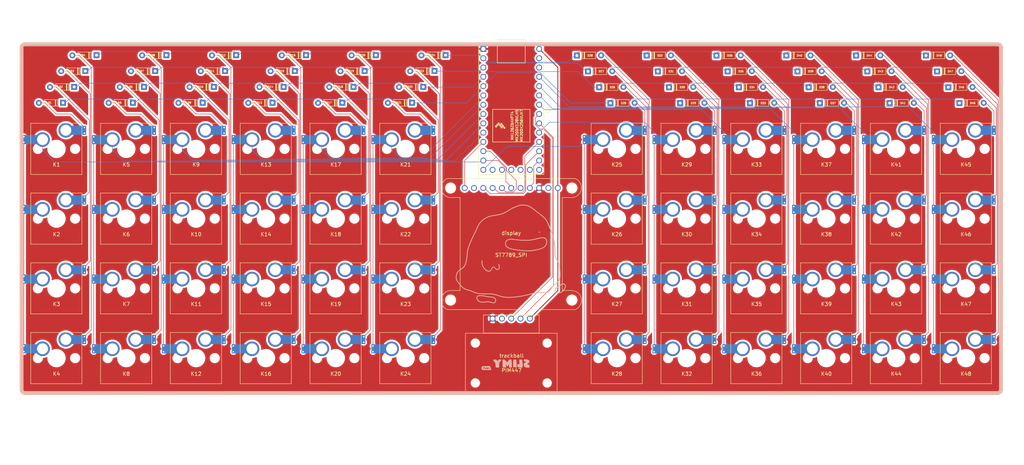
<source format=kicad_pcb>
(kicad_pcb (version 20211014) (generator pcbnew)
  (layers (0 "F.Cu" signal) (31 "B.Cu" signal) (34 "B.Paste" user) (35 "F.Paste" user) (36 "B.SilkS" user "B.Silkscreen") (37 "F.SilkS" user "F.Silkscreen") (38 "B.Mask" user) (39 "F.Mask" user) (44 "Edge.Cuts" user))
  (net 0 "")
  (net 1 "Row1")
  (net 2 "Net-(D1-Pad2)")
  (net 3 "Row2")
  (net 4 "Net-(D2-Pad2)")
  (net 5 "Row3")
  (net 6 "Net-(D3-Pad2)")
  (net 7 "Row4")
  (net 8 "Net-(D4-Pad2)")
  (net 9 "Net-(D5-Pad2)")
  (net 10 "Net-(D6-Pad2)")
  (net 11 "Net-(D7-Pad2)")
  (net 12 "Net-(D8-Pad2)")
  (net 13 "Net-(D9-Pad2)")
  (net 14 "Net-(D10-Pad2)")
  (net 15 "Net-(D11-Pad2)")
  (net 16 "Net-(D12-Pad2)")
  (net 17 "Net-(D13-Pad2)")
  (net 18 "Net-(D14-Pad2)")
  (net 19 "Net-(D15-Pad2)")
  (net 20 "Net-(D16-Pad2)")
  (net 21 "Net-(D17-Pad2)")
  (net 22 "Net-(D18-Pad2)")
  (net 23 "Net-(D19-Pad2)")
  (net 24 "Net-(D20-Pad2)")
  (net 25 "Net-(D21-Pad2)")
  (net 26 "Net-(D22-Pad2)")
  (net 27 "Net-(D23-Pad2)")
  (net 28 "Net-(D24-Pad2)")
  (net 29 "Net-(D25-Pad2)")
  (net 30 "Net-(D26-Pad2)")
  (net 31 "Net-(D27-Pad2)")
  (net 32 "Net-(D28-Pad2)")
  (net 33 "Net-(D29-Pad2)")
  (net 34 "Net-(D30-Pad2)")
  (net 35 "Net-(D31-Pad2)")
  (net 36 "Net-(D32-Pad2)")
  (net 37 "Net-(D33-Pad2)")
  (net 38 "Net-(D34-Pad2)")
  (net 39 "Net-(D35-Pad2)")
  (net 40 "Net-(D36-Pad2)")
  (net 41 "Net-(D37-Pad2)")
  (net 42 "Net-(D38-Pad2)")
  (net 43 "Net-(D39-Pad2)")
  (net 44 "Net-(D40-Pad2)")
  (net 45 "Net-(D41-Pad2)")
  (net 46 "Net-(D42-Pad2)")
  (net 47 "Net-(D43-Pad2)")
  (net 48 "Net-(D44-Pad2)")
  (net 49 "Net-(D45-Pad2)")
  (net 50 "Net-(D46-Pad2)")
  (net 51 "Net-(D47-Pad2)")
  (net 52 "Net-(D48-Pad2)")
  (net 53 "Col1")
  (net 54 "Col2")
  (net 55 "Col3")
  (net 56 "Col4")
  (net 57 "Col5")
  (net 58 "Col6")
  (net 59 "Col7")
  (net 60 "Col8")
  (net 61 "Col9")
  (net 62 "Col10")
  (net 63 "Col11")
  (net 64 "Col12")
  (net 71 "SCK")
  (net 72 "LCD DC")
  (net 73 "LCD RST")
  (net 74 "SDA")
  (net 75 "SCL")
  (net 76 "VCC")
  (net 77 "LCD CS")
  (net 78 "LCD LITE")
  (net 79 "GND")
  (footprint "my_lib:D_1N4148" (layer "F.Cu") (at 243.0018 99.97948)
    (fp_text reference "D26")
    (fp_text value "D" hide)
  )
  (footprint "my_lib:MX-1U-Hotswap-Antishear-flipped" (layer "F.Cu") (at 282.6258 154.9654)
    (fp_text reference "K35")
    (fp_text value "KEYSW")
  )
  (footprint "my_lib:D_1N4148" (layer "F.Cu") (at 236.9058 91.32316)
    (fp_text reference "D28")
    (fp_text value "D" hide)
  )
  (footprint "my_lib:D_1N4148" (layer "F.Cu") (at 322.2498 104.30764)
    (fp_text reference "D41")
    (fp_text value "D" hide)
  )
  (footprint "my_lib:MX-1U-Hotswap-Antishear-flipped" (layer "F.Cu") (at 263.5758 154.9654)
    (fp_text reference "K31")
    (fp_text value "KEYSW")
  )
  (footprint "my_lib:MX-1U-Hotswap-Antishear-flipped" (layer "F.Cu") (at 129.7162 174.0154)
    (fp_text reference "K12")
    (fp_text value "KEYSW")
  )
  (footprint "my_lib:D_1N4148" (layer "F.Cu") (at 297.1038 95.65132)
    (fp_text reference "D39")
    (fp_text value "D" hide)
  )
  (footprint "my_lib:D_1N4148" (layer "F.Cu") (at 284.1498 104.30764)
    (fp_text reference "D33")
    (fp_text value "D" hide)
  )
  (footprint "my_lib:D_1N4148" (layer "F.Cu") (at 90.0922 104.30764 180)
    (fp_text reference "D1")
    (fp_text value "D" hide)
  )
  (footprint "my_lib:D_1N4148" (layer "F.Cu") (at 335.2038 95.65132)
    (fp_text reference "D47")
    (fp_text value "D" hide)
  )
  (footprint "my_lib:D_1N4148" (layer "F.Cu") (at 246.0498 104.30764)
    (fp_text reference "D25")
    (fp_text value "D" hide)
  )
  (footprint "my_lib:D_1N4148" (layer "F.Cu") (at 341.2998 104.30764)
    (fp_text reference "D45")
    (fp_text value "D" hide)
  )
  (footprint "my_lib:D_1N4148" (layer "F.Cu") (at 313.1058 91.32316)
    (fp_text reference "D44")
    (fp_text value "D" hide)
  )
  (footprint "my_lib:MX-1U-Hotswap-Antishear-flipped" (layer "F.Cu") (at 167.8162 154.9654)
    (fp_text reference "K19")
    (fp_text value "KEYSW")
  )
  (footprint "my_lib:D_1N4148" (layer "F.Cu") (at 118.2862 91.32316 180)
    (fp_text reference "D8")
    (fp_text value "D" hide)
  )
  (footprint "my_lib:MX-1U-Hotswap-Antishear-flipped" (layer "F.Cu") (at 339.7758 116.8654)
    (fp_text reference "K45")
    (fp_text value "KEYSW")
  )
  (footprint "my_lib:D_1N4148" (layer "F.Cu") (at 303.1998 104.30764)
    (fp_text reference "D37")
    (fp_text value "D" hide)
  )
  (footprint "my_lib:MX-1U-Hotswap-Antishear-flipped" (layer "F.Cu") (at 129.7162 116.8654)
    (fp_text reference "K9")
    (fp_text value "KEYSW")
  )
  (footprint "my_lib:MX-1U-Hotswap-Antishear-flipped" (layer "F.Cu") (at 167.8162 174.0154)
    (fp_text reference "K20")
    (fp_text value "KEYSW")
  )
  (footprint "my_lib:D_1N4148" (layer "F.Cu") (at 147.2422 104.30764 180)
    (fp_text reference "D13")
    (fp_text value "D" hide)
  )
  (footprint "my_lib:MX-1U-Hotswap-Antishear-flipped" (layer "F.Cu") (at 320.7258 174.0154)
    (fp_text reference "K44")
    (fp_text value "KEYSW")
  )
  (footprint "my_lib:D_1N4148" (layer "F.Cu") (at 259.0038 95.65132)
    (fp_text reference "D31")
    (fp_text value "D" hide)
  )
  (footprint "my_lib:PIM447" (layer "F.Cu") (at 215.6952 175.3616)
    (fp_text reference "U3" hide)
    (fp_text value "PIM447")
  )
  (footprint "my_lib:MX-1U-Hotswap-Antishear-flipped" (layer "F.Cu") (at 91.6162 174.0154)
    (fp_text reference "K4")
    (fp_text value "KEYSW")
  )
  (footprint "my_lib:MX-1U-Hotswap-Antishear-flipped" (layer "F.Cu") (at 301.6758 154.9654)
    (fp_text reference "K39")
    (fp_text value "KEYSW")
  )
  (footprint "my_lib:MX-1U-Hotswap-Antishear-flipped" (layer "F.Cu") (at 110.6662 116.8654)
    (fp_text reference "K5")
    (fp_text value "KEYSW")
  )
  (footprint "my_lib:MX-1U-Hotswap-Antishear-flipped" (layer "F.Cu") (at 148.7662 174.0154)
    (fp_text reference "K16")
    (fp_text value "KEYSW")
  )
  (footprint "my_lib:MX-1U-Hotswap-Antishear-flipped" (layer "F.Cu") (at 339.7758 154.9654)
    (fp_text reference "K47")
    (fp_text value "KEYSW")
  )
  (footprint "my_lib:D_1N4148" (layer "F.Cu") (at 278.0538 95.65132)
    (fp_text reference "D35")
    (fp_text value "D" hide)
  )
  (footprint "my_lib:MX-1U-Hotswap-Antishear-flipped" (layer "F.Cu") (at 110.6662 154.9654)
    (fp_text reference "K7")
    (fp_text value "KEYSW")
  )
  (footprint "my_lib:MX-1U-Hotswap-Antishear-flipped" (layer "F.Cu") (at 186.8662 174.0154)
    (fp_text reference "K24")
    (fp_text value "KEYSW")
  )
  (footprint "my_lib:D_1N4148" (layer "F.Cu") (at 134.2882 95.65132 180)
    (fp_text reference "D11")
    (fp_text value "D" hide)
  )
  (footprint "my_lib:D_1N4148" (layer "F.Cu") (at 281.1018 99.97948)
    (fp_text reference "D34")
    (fp_text value "D" hide)
  )
  (footprint "my_lib:D_1N4148" (layer "F.Cu") (at 172.3882 95.65132 180)
    (fp_text reference "D19")
    (fp_text value "D" hide)
  )
  (footprint "my_lib:D_1N4148" (layer "F.Cu") (at 265.0998 104.30764)
    (fp_text reference "D29")
    (fp_text value "D" hide)
  )
  (footprint "my_lib:D_1N4148" (layer "F.Cu") (at 93.1402 99.97948 180)
    (fp_text reference "D2")
    (fp_text value "D" hide)
  )
  (footprint "my_lib:D_1N4148" (layer "F.Cu") (at 112.1902 99.97948 180)
    (fp_text reference "D6")
    (fp_text value "D" hide)
  )
  (footprint "my_lib:MX-1U-Hotswap-Antishear-flipped" (layer "F.Cu") (at 263.5758 135.9154)
    (fp_text reference "K30")
    (fp_text value "KEYSW")
  )
  (footprint "my_lib:MX-1U-Hotswap-Antishear-flipped" (layer "F.Cu") (at 320.7258 116.8654)
    (fp_text reference "K41")
    (fp_text value "KEYSW")
  )
  (footprint "my_lib:D_1N4148" (layer "F.Cu") (at 131.2402 99.97948 180)
    (fp_text reference "D10")
    (fp_text value "D" hide)
  )
  (footprint "my_lib:MX-1U-Hotswap-Antishear-flipped" (layer "F.Cu") (at 244.5258 116.8654)
    (fp_text reference "K25")
    (fp_text value "KEYSW")
  )
  (footprint "my_lib:D_1N4148" (layer "F.Cu") (at 128.1922 104.30764 180)
    (fp_text reference "D9")
    (fp_text value "D" hide)
  )
  (footprint "my_lib:MX-1U-Hotswap-Antishear-flipped" (layer "F.Cu") (at 110.6662 135.9154)
    (fp_text reference "K6")
    (fp_text value "KEYSW")
  )
  (footprint "my_lib:MX-1U-Hotswap-Antishear-flipped" (layer "F.Cu") (at 148.7662 135.9154)
    (fp_text reference "K14")
    (fp_text value "KEYSW")
  )
  (footprint "my_lib:D_1N4148" (layer "F.Cu") (at 300.1518 99.97948)
    (fp_text reference "D38")
    (fp_text value "D" hide)
  )
  (footprint "my_lib:D_1N4148" (layer "F.Cu") (at 175.4362 91.32316 180)
    (fp_text reference "D20")
    (fp_text value "D" hide)
  )
  (footprint "my_lib:D_1N4148" (layer "F.Cu") (at 185.3422 104.30764 180)
    (fp_text reference "D21")
    (fp_text value "D" hide)
  )
  (footprint "my_lib:D_1N4148" (layer "F.Cu") (at 191.4382 95.65132 180)
    (fp_text reference "D23")
    (fp_text value "D" hide)
  )
  (footprint "my_lib:D_1N4148" (layer "F.Cu") (at 153.3382 95.65132 180)
    (fp_text reference "D15")
    (fp_text value "D" hide)
  )
  (footprint "my_lib:MX-1U-Hotswap-Antishear-flipped" (layer "F.Cu") (at 91.6162 154.9654)
    (fp_text reference "K3")
    (fp_text value "KEYSW")
  )
  (footprint "my_lib:MX-1U-Hotswap-Antishear-flipped" (layer "F.Cu") (at 339.7758 174.0154)
    (fp_text reference "K48")
    (fp_text value "KEYSW")
  )
  (footprint "my_lib:MX-1U-Hotswap-Antishear-flipped" (layer "F.Cu") (at 301.6758 135.9154)
    (fp_text reference "K38")
    (fp_text value "KEYSW")
  )
  (footprint "my_lib:D_1N4148" (layer "F.Cu") (at 338.2518 99.97948)
    (fp_text reference "D46")
    (fp_text value "D" hide)
  )
  (footprint "my_lib:MX-1U-Hotswap-Antishear-flipped" (layer "F.Cu") (at 263.5758 174.0154)
    (fp_text reference "K32")
    (fp_text value "KEYSW")
  )
  (footprint "my_lib:MX-1U-Hotswap-Antishear-flipped" (layer "F.Cu") (at 263.5758 116.8654)
    (fp_text reference "K29")
    (fp_text value "KEYSW")
  )
  (footprint "my_lib:MX-1U-Hotswap-Antishear-flipped" (layer "F.Cu") (at 244.5258 135.9154)
    (fp_text reference "K26")
    (fp_text value "KEYSW")
  )
  (footprint "my_lib:MX-1U-Hotswap-Antishear-flipped" (layer "F.Cu") (at 129.7162 135.9154)
    (fp_text reference "K10")
    (fp_text value "KEYSW")
  )
  (footprint "my_lib:MX-1U-Hotswap-Antishear-flipped" (layer "F.Cu") (at 167.8162 135.9154)
    (fp_text reference "K18")
    (fp_text value "KEYSW")
  )
  (footprint "my_lib:Teensy32" (layer "F.Cu") (at 215.6952 106.0704 -90)
    (fp_text reference "U1")
    (fp_text value "Teensy3.2")
  )
  (footprint "my_lib:ST7789_1.3_240x240" (layer "F.Cu") (at 215.6952 142.85976)
    (fp_text reference "U2" hide)
    (fp_text value "ST7789_SPI")
  )
  (footprint "my_lib:D_1N4148" (layer "F.Cu") (at 99.2362 91.32316 180)
    (fp_text reference "D4")
    (fp_text value "D" hide)
  )
  (footprint "my_lib:MX-1U-Hotswap-Antishear-flipped" (layer "F.Cu") (at 320.7258 154.9654)
    (fp_text reference "K43")
    (fp_text value "KEYSW")
  )
  (footprint "my_lib:D_1N4148" (layer "F.Cu") (at 319.2018 99.97948)
    (fp_text reference "D42")
    (fp_text value "D" hide)
  )
  (footprint "my_lib:D_1N4148" (layer "F.Cu") (at 109.1422 104.30764 180)
    (fp_text reference "D5")
    (fp_text value "D" hide)
  )
  (footprint "my_lib:D_1N4148" (layer "F.Cu") (at 137.3362 91.32316 180)
    (fp_text reference "D12")
    (fp_text value "D" hide)
  )
  (footprint "my_lib:D_1N4148" (layer "F.Cu") (at 294.0558 91.32316)
    (fp_text reference "D40")
    (fp_text value "D" hide)
  )
  (footprint "my_lib:MX-1U-Hotswap-Antishear-flipped" (layer "F.Cu") (at 91.6162 116.8654)
    (fp_text reference "K1")
    (fp_text value "KEYSW")
  )
  (footprint "my_lib:MX-1U-Hotswap-Antishear-flipped" (layer "F.Cu") (at 148.7662 154.9654)
    (fp_text reference "K15")
    (fp_text value "KEYSW")
  )
  (footprint "my_lib:MX-1U-Hotswap-Antishear-flipped" (layer "F.Cu") (at 282.6258 116.8654)
    (fp_text reference "K33")
    (fp_text value "KEYSW")
  )
  (footprint "my_lib:MX-1U-Hotswap-Antishear-flipped" (layer "F.Cu") (at 186.8662 154.9654)
    (fp_text reference "K23")
    (fp_text value "KEYSW")
  )
  (footprint "my_lib:D_1N4148" (layer "F.Cu") (at 169.3402 99.97948 180)
    (fp_text reference "D18")
    (fp_text value "D" hide)
  )
  (footprint "my_lib:D_1N4148" (layer "F.Cu") (at 332.1558 91.32316)
    (fp_text reference "D48")
    (fp_text value "D" hide)
  )
  (footprint "my_lib:MX-1U-Hotswap-Antishear-flipped" (layer "F.Cu") (at 129.7162 154.9654)
    (fp_text reference "K11")
    (fp_text value "KEYSW")
  )
  (footprint "my_lib:D_1N4148" (layer "F.Cu") (at 96.1882 95.65132 180)
    (fp_text reference "D3")
    (fp_text value "D" hide)
  )
  (footprint "my_lib:MX-1U-Hotswap-Antishear-flipped" (layer "F.Cu") (at 244.5258 154.9654)
    (fp_text reference "K27")
    (fp_text value "KEYSW")
  )
  (footprint "my_lib:MX-1U-Hotswap-Antishear-flipped" (layer "F.Cu") (at 110.6662 174.0154)
    (fp_text reference "K8")
    (fp_text value "KEYSW")
  )
  (footprint "my_lib:D_1N4148" (layer "F.Cu") (at 239.9538 95.65132)
    (fp_text reference "D27")
    (fp_text value "D" hide)
  )
  (footprint "my_lib:MX-1U-Hotswap-Antishear-flipped" (layer "F.Cu") (at 91.6162 135.9154)
    (fp_text reference "K2")
    (fp_text value "KEYSW")
  )
  (footprint "my_lib:MX-1U-Hotswap-Antishear-flipped" (layer "F.Cu") (at 282.6258 174.0154)
    (fp_text reference "K36")
    (fp_text value "KEYSW")
  )
  (footprint "my_lib:D_1N4148" (layer "F.Cu") (at 188.3902 99.97948 180)
    (fp_text reference "D22")
    (fp_text value "D" hide)
  )
  (footprint "my_lib:MX-1U-Hotswap-Antishear-flipped" (layer "F.Cu") (at 148.7662 116.8654)
    (fp_text reference "K13")
    (fp_text value "KEYSW")
  )
  (footprint "my_lib:D_1N4148" (layer "F.Cu") (at 115.2382 95.65132 180)
    (fp_text reference "D7")
    (fp_text value "D" hide)
  )
  (footprint "my_lib:MX-1U-Hotswap-Antishear-flipped" (layer "F.Cu") (at 320.7258 135.9154)
    (fp_text reference "K42")
    (fp_text value "KEYSW")
  )
  (footprint "my_lib:MX-1U-Hotswap-Antishear-flipped" (layer "F.Cu") (at 282.6258 135.9154)
    (fp_text reference "K34")
    (fp_text value "KEYSW")
  )
  (footprint "my_lib:MX-1U-Hotswap-Antishear-flipped" (layer "F.Cu") (at 301.6758 174.0154)
    (fp_text reference "K40")
    (fp_text value "KEYSW")
  )
  (footprint "my_lib:D_1N4148" (layer "F.Cu") (at 150.2902 99.97948 180)
    (fp_text reference "D14")
    (fp_text value "D" hide)
  )
  (footprint "my_lib:D_1N4148" (layer "F.Cu") (at 316.1538 95.65132)
    (fp_text reference "D43")
    (fp_text value "D" hide)
  )
  (footprint "my_lib:D_1N4148" (layer "F.Cu") (at 275.0058 91.32316)
    (fp_text reference "D36")
    (fp_text value "D" hide)
  )
  (footprint "my_lib:MX-1U-Hotswap-Antishear-flipped" (layer "F.Cu") (at 301.6758 116.8654)
    (fp_text reference "K37")
    (fp_text value "KEYSW")
  )
  (footprint "my_lib:D_1N4148" (layer "F.Cu") (at 166.2922 104.30764 180)
    (fp_text reference "D17")
    (fp_text value "D" hide)
  )
  (footprint "my_lib:D_1N4148" (layer "F.Cu") (at 156.3862 91.32316 180)
    (fp_text reference "D16")
    (fp_text value "D" hide)
  )
  (footprint "my_lib:MX-1U-Hotswap-Antishear-flipped" (layer "F.Cu") (at 244.5258 174.0154)
    (fp_text reference "K28")
    (fp_text value "KEYSW")
  )
  (footprint "my_lib:MX-1U-Hotswap-Antishear-flipped" (layer "F.Cu") (at 167.8162 116.8654)
    (fp_text reference "K17")
    (fp_text value "KEYSW")
  )
  (footprint "my_lib:D_1N4148" (layer "F.Cu") (at 194.4862 91.32316 180)
    (fp_text reference "D24")
    (fp_text value "D" hide)
  )
  (footprint "my_lib:D_1N4148" (layer "F.Cu") (at 262.0518 99.97948)
    (fp_text reference "D30")
    (fp_text value "D" hide)
  )
  (footprint "my_lib:MX-1U-Hotswap-Antishear-flipped" (layer "F.Cu") (at 186.8662 135.9154)
    (fp_text reference "K22")
    (fp_text value "KEYSW")
  )
  (footprint "my_lib:MX-1U-Hotswap-Antishear-flipped" (layer "F.Cu") (at 186.8662 116.8654)
    (fp_text reference "K21")
    (fp_text value "KEYSW")
  )
  (footprint "my_lib:MX-1U-Hotswap-Antishear-flipped" (layer "F.Cu") (at 339.7758 135.9154)
    (fp_text reference "K46")
    (fp_text value "KEYSW")
  )
  (footprint "my_lib:D_1N4148" (layer "F.Cu") (at 255.9558 91.32316)
    (fp_text reference "D32")
    (fp_text value "D" hide)
  )
  (footprint "kibuzzard-62A5BC49" (layer "B.Cu") (at 208.8642 176.7332 180)
    (fp_text reference "kibuzzard-62A5BC49" hide)
    (fp_text value "G***" hide)
  )
  (footprint "slimy_footprints:text" (layer "B.Cu") (at 215.6968 175.4886 180)
    (fp_text reference "G***" hide)
    (fp_text value "LOGO" hide)
  )
  (footprint "slimy_footprints:slimy-logo" (layer "B.Cu") (at 215.5698 145.5674 180)
    (fp_text reference "G***" hide)
    (fp_text value "LOGO" hide)
  )
  (gr_arc (start 349.312306 182.661382) (mid 349.051924 183.29) (end 348.423306 183.550382) (layer "B.SilkS") (width 1))
  (gr_line (start 349.312306 89.169418) (end 349.312306 182.661382) (layer "B.SilkS") (width 1))
  (gr_arc (start 82.082818 89.169418) (mid 82.3432 88.5408) (end 82.971818 88.280418) (layer "B.SilkS") (width 1))
  (gr_arc (start 82.9818 183.5404) (mid 82.353182 183.280018) (end 82.0928 182.6514) (layer "B.SilkS") (width 1))
  (gr_arc (start 348.423306 88.280418) (mid 349.051924 88.5408) (end 349.312306 89.169418) (layer "B.SilkS") (width 1))
  (gr_line (start 82.082818 89.169418) (end 82.0928 182.6514) (layer "B.SilkS") (width 1))
  (gr_line (start 348.42323 88.280418) (end 82.971818 88.280418) (layer "B.SilkS") (width 1))
  (gr_line (start 348.42323 183.550382) (end 82.9818 183.5404) (layer "B.SilkS") (width 1))
  (gr_line (start 82.082818 182.661382) (end 82.082818 89.169418) (layer "F.SilkS") (width 1))
  (gr_line (start 348.423306 88.280418) (end 82.971894 88.280418) (layer "F.SilkS") (width 1))
  (gr_arc (start 82.082818 89.169418) (mid 82.3432 88.5408) (end 82.971818 88.280418) (layer "F.SilkS") (width 1))
  (gr_line (start 348.413324 183.5404) (end 82.971894 183.550382) (layer "F.SilkS") (width 1))
  (gr_line (start 349.302324 182.6514) (end 349.312306 89.169418) (layer "F.SilkS") (width 1))
  (gr_arc (start 349.302324 182.6514) (mid 349.041942 183.280018) (end 348.413324 183.5404) (layer "F.SilkS") (width 1))
  (gr_arc (start 82.971818 183.550382) (mid 82.3432 183.29) (end 82.082818 182.661382) (layer "F.SilkS") (width 1))
  (gr_arc (start 348.423306 88.280418) (mid 349.051924 88.5408) (end 349.312306 89.169418) (layer "F.SilkS") (width 1))
  (gr_line (start 82.082818 89.169418) (end 82.0928 182.6514) (layer "Edge.Cuts") (width 0.1))
  (gr_arc (start 348.423306 88.280418) (mid 349.051914 88.540803) (end 349.312306 89.169418) (layer "Edge.Cuts") (width 0.1))
  (gr_line (start 349.312306 89.169418) (end 349.312306 182.661382) (layer "Edge.Cuts") (width 0.1))
  (gr_line (start 348.42323 183.550382) (end 82.9818 183.5404) (layer "Edge.Cuts") (width 0.1))
  (gr_line (start 348.42323 88.280418) (end 82.971818 88.280418) (layer "Edge.Cuts") (width 0.1))
  (gr_arc (start 349.312306 182.661382) (mid 349.051931 183.290014) (end 348.423306 183.550382) (layer "Edge.Cuts") (width 0.1))
  (gr_arc (start 82.9818 183.5404) (mid 82.353182 183.280018) (end 82.0928 182.6514) (layer "Edge.Cuts") (width 0.1))
  (gr_arc (start 82.082818 89.169418) (mid 82.343195 88.540795) (end 82.971818 88.280418) (layer "Edge.Cuts") (width 0.1))
  (segment (start 188.1616 103.24084) (end 189.2538 104.33304) (width 0.127) (layer "B.Cu") (net 1))
  (segment (start 279.1714 103.24084) (end 262.2804 103.24084) (width 0.127) (layer "B.Cu") (net 1))
  (segment (start 299.2882 104.30764) (end 298.2214 103.24084) (width 0.127) (layer "B.Cu") (net 1))
  (segment (start 132.1038 104.30764) (end 133.1706 103.24084) (width 0.127) (layer "B.Cu") (net 1))
  (segment (start 170.2038 104.30764) (end 171.2706 103.24084) (width 0.127) (layer "B.Cu") (net 1))
  (segment (start 211.737332 96.117389) (end 208.13432 99.7204) (width 0.127) (layer "B.Cu") (net 1))
  (segment (start 131.0116 103.24084) (end 132.1038 104.33304) (width 0.127) (layer "B.Cu") (net 1))
  (segment (start 203.48796 104.30764) (end 189.4962 104.30764) (width 0.127) (layer "B.Cu") (net 1))
  (segment (start 318.3382 104.30764) (end 317.2714 103.24084) (width 0.127) (layer "B.Cu") (net 1))
  (segment (start 208.0752 99.7204) (end 203.48796 104.30764) (width 0.127) (layer "B.Cu") (net 1))
  (segment (start 111.9616 103.24084) (end 113.0538 104.33304) (width 0.127) (layer "B.Cu") (net 1))
  (segment (start 260.1214 103.24084) (end 243.2304 103.24084) (width 0.127) (layer "B.Cu") (net 1))
  (segment (start 337.3882 104.30764) (end 336.3214 103.24084) (width 0.127) (layer "B.Cu") (net 1))
  (segment (start 317.2714 103.24084) (end 300.3804 103.24084) (width 0.127) (layer "B.Cu") (net 1))
  (segment (start 152.2206 103.24084) (end 169.1116 103.24084) (width 0.127) (layer "B.Cu") (net 1))
  (segment (start 280.2382 104.30764) (end 279.1714 103.24084) (width 0.127) (layer "B.Cu") (net 1))
  (segment (start 171.2706 103.24084) (end 188.1616 103.24084) (width 0.127) (layer "B.Cu") (net 1))
  (segment (start 243.2304 103.24084) (end 242.1382 104.33304) (width 0.127) (layer "B.Cu") (net 1))
  (segment (start 133.1706 103.24084) (end 150.0616 103.24084) (width 0.127) (layer "B.Cu") (net 1))
  (segment (start 241.895808 104.30764) (end 231.844139 104.30764) (width 0.127) (layer "B.Cu") (net 1))
  (segment (start 95.0706 103.24084) (end 111.9616 103.24084) (width 0.127) (layer "B.Cu") (net 1))
  (segment (start 281.3304 103.24084) (end 280.2382 104.33304) (width 0.127) (layer "B.Cu") (net 1))
  (segment (start 150.0616 103.24084) (end 151.1538 104.33304) (width 0.127) (layer "B.Cu") (net 1))
  (segment (start 298.2214 103.24084) (end 281.3304 103.24084) (width 0.127) (layer "B.Cu") (net 1))
  (segment (start 169.1116 103.24084) (end 170.2038 104.33304) (width 0.127) (layer "B.Cu") (net 1))
  (segment (start 231.842528 104.30764) (end 223.652277 96.117389) (width 0.127) (layer "B.Cu") (net 1))
  (segment (start 113.0538 104.30764) (end 114.1206 103.24084) (width 0.127) (layer "B.Cu") (net 1))
  (segment (start 114.1206 103.24084) (end 131.0116 103.24084) (width 0.127) (layer "B.Cu") (net 1))
  (segment (start 151.1538 104.30764) (end 152.2206 103.24084) (width 0.127) (layer "B.Cu") (net 1))
  (segment (start 262.2804 103.24084) (end 261.1882 104.33304) (width 0.127) (layer "B.Cu") (net 1))
  (segment (start 223.652277 96.117389) (end 211.737332 96.117389) (width 0.127) (layer "B.Cu") (net 1))
  (segment (start 208.13432 99.7204) (end 208.0752 99.7204) (width 0.127) (layer "B.Cu") (net 1))
  (segment (start 261.1882 104.30764) (end 260.1214 103.24084) (width 0.127) (layer "B.Cu") (net 1))
  (segment (start 94.0038 104.30764) (end 95.0706 103.24084) (width 0.127) (layer "B.Cu") (net 1))
  (segment (start 300.3804 103.24084) (end 299.2882 104.33304) (width 0.127) (layer "B.Cu") (net 1))
  (segment (start 336.3214 103.24084) (end 319.4304 103.24084) (width 0.127) (layer "B.Cu") (net 1))
  (segment (start 319.4304 103.24084) (end 318.3382 104.33304) (width 0.127) (layer "B.Cu") (net 1))
  (segment (start 99.2362 111.0234) (end 95.5532 107.3404) (width 0.127) (layer "F.Cu") (net 2))
  (segment (start 88.50684 104.2924) (end 86.7918 104.2924) (width 0.127) (layer "F.Cu") (net 2))
  (segment (start 91.54 107.3404) (end 88.492 104.2924) (width 0.127) (layer "F.Cu") (net 2))
  (segment (start 95.5532 107.3404) (end 91.54 107.3404) (width 0.127) (layer "F.Cu") (net 2))
  (segment (start 205.27612 99.97948) (end 208.0752 97.1804) (width 0.127) (layer "B.Cu") (net 3))
  (segment (start 277.1902 99.97948) (end 276.1234 98.91268) (width 0.127) (layer "B.Cu") (net 3))
  (segment (start 334.3402 99.97948) (end 333.2734 98.91268) (width 0.127) (layer "B.Cu") (net 3))
  (segment (start 238.1748 99.97948) (end 233.95332 95.758) (width 0.127) (layer "B.Cu") (net 3))
  (segment (start 314.2234 98.91268) (end 297.3324 98.91268) (width 0.127) (layer "B.Cu") (net 3))
  (segment (start 154.2018 99.97948) (end 155.2686 98.91268) (width 0.127) (layer "B.Cu") (net 3))
  (segment (start 315.2902 99.97948) (end 314.2234 98.91268) (width 0.127) (layer "B.Cu") (net 3))
  (segment (start 295.1734 98.91268) (end 278.2824 98.91268) (width 0.127) (layer "B.Cu") (net 3))
  (segment (start 135.1518 99.97948) (end 136.2186 98.91268) (width 0.127) (layer "B.Cu") (net 3))
  (segment (start 233.934 95.758) (end 209.4976 95.758) (width 0.127) (layer "B.Cu") (net 3))
  (segment (start 117.1686 98.91268) (end 134.0596 98.91268) (width 0.127) (layer "B.Cu") (net 3))
  (segment (start 174.3186 98.91268) (end 191.2096 98.91268) (width 0.127) (layer "B.Cu") (net 3))
  (segment (start 239.1018 99.97948) (end 238.1748 99.97948) (width 0.127) (layer "B.Cu") (net 3))
  (segment (start 259.2324 98.91268) (end 258.1402 100.00488) (width 0.127) (layer "B.Cu") (net 3))
  (segment (start 153.1096 98.91268) (end 154.2018 100.00488) (width 0.127) (layer "B.Cu") (net 3))
  (segment (start 296.2402 99.97948) (end 295.1734 98.91268) (width 0.127) (layer "B.Cu") (net 3))
  (segment (start 209.4976 95.758) (end 208.0752 97.1804) (width 0.127) (layer "B.Cu") (net 3))
  (segment (start 136.2186 98.91268) (end 153.1096 98.91268) (width 0.127) (layer "B.Cu") (net 3))
  (segment (start 134.0596 98.91268) (end 135.1518 100.00488) (width 0.127) (layer "B.Cu") (net 3))
  (segment (start 240.1824 98.91268) (end 239.0902 100.00488) (width 0.127) (layer "B.Cu") (net 3))
  (segment (start 276.1234 98.91268) (end 259.2324 98.91268) (width 0.127) (layer "B.Cu") (net 3))
  (segment (start 258.1402 99.97948) (end 257.0734 98.91268) (width 0.127) (layer "B.Cu") (net 3))
  (segment (start 115.0096 98.91268) (end 116.1018 100.00488) (width 0.127) (layer "B.Cu") (net 3))
  (segment (start 173.2518 99.97948) (end 174.3186 98.91268) (width 0.127) (layer "B.Cu") (net 3))
  (segment (start 98.1186 98.91268) (end 115.0096 98.91268) (width 0.127) (layer "B.Cu") (net 3))
  (segment (start 257.0734 98.91268) (end 240.1824 98.91268) (width 0.127) (layer "B.Cu") (net 3))
  (segment (start 333.2734 98.91268) (end 316.3824 98.91268) (width 0.127) (layer "B.Cu") (net 3))
  (segment (start 192.5442 99.97948) (end 205.27612 99.97948) (width 0.127) (layer "B.Cu") (net 3))
  (segment (start 155.2686 98.91268) (end 172.1596 98.91268) (width 0.127) (layer "B.Cu") (net 3))
  (segment (start 172.1596 98.91268) (end 173.2518 100.00488) (width 0.127) (layer "B.Cu") (net 3))
  (segment (start 316.3824 98.91268) (end 315.2902 100.00488) (width 0.127) (layer "B.Cu") (net 3))
  (segment (start 191.2096 98.91268) (end 192.3018 100.00488) (width 0.127) (layer "B.Cu") (net 3))
  (segment (start 116.1018 99.97948) (end 117.1686 98.91268) (width 0.127) (layer "B.Cu") (net 3))
  (segment (start 297.3324 98.91268) (end 296.2402 100.00488) (width 0.127) (layer "B.Cu") (net 3))
  (segment (start 97.0518 99.97948) (end 98.1186 98.91268) (width 0.127) (layer "B.Cu") (net 3))
  (segment (start 278.2824 98.91268) (end 277.1902 100.00488) (width 0.127) (layer "B.Cu") (net 3))
  (segment (start 99.2362 130.0734) (end 100.557 128.7526) (width 0.127) (layer "F.Cu") (net 4))
  (segment (start 100.557 108.9914) (end 91.54 99.9744) (width 0.127) (layer "F.Cu") (net 4))
  (segment (start 91.54468 99.96424) (end 89.8398 99.96424) (width 0.127) (layer "F.Cu") (net 4))
  (segment (start 100.557 128.7526) (end 100.557 108.9914) (width 0.127) (layer "F.Cu") (net 4))
  (segment (start 331.2922 95.65132) (end 330.2254 94.58452) (width 0.127) (layer "B.Cu") (net 5))
  (segment (start 275.2344 94.58452) (end 274.1422 95.67672) (width 0.127) (layer "B.Cu") (net 5))
  (segment (start 118.0576 94.58452) (end 119.1498 95.67672) (width 0.127) (layer "B.Cu") (net 5))
  (segment (start 293.1922 95.65132) (end 292.1254 94.58452) (width 0.127) (layer "B.Cu") (net 5))
  (segment (start 273.0754 94.58452) (end 256.1844 94.58452) (width 0.127) (layer "B.Cu") (net 5))
  (segment (start 237.1344 94.58452) (end 236.0422 95.67672) (width 0.127) (layer "B.Cu") (net 5))
  (segment (start 176.2998 95.65132) (end 177.3666 94.58452) (width 0.127) (layer "B.Cu") (net 5))
  (segment (start 236.0538 95.65132) (end 233.819411 93.416931) (width 0.127) (layer "B.Cu") (net 5))
  (segment (start 313.3344 94.58452) (end 312.2422 95.67672) (width 0.127) (layer "B.Cu") (net 5))
  (segment (start 254.0254 94.58452) (end 237.1344 94.58452) (width 0.127) (layer "B.Cu") (net 5))
  (segment (start 194.2576 94.58452) (end 195.3498 95.67672) (width 0.127) (layer "B.Cu") (net 5))
  (segment (start 157.2498 95.65132) (end 158.3166 94.58452) (width 0.127) (layer "B.Cu") (net 5))
  (segment (start 101.1666 94.58452) (end 118.0576 94.58452) (width 0.127) (layer "B.Cu") (net 5))
  (segment (start 292.1254 94.58452) (end 275.2344 94.58452) (width 0.127) (layer "B.Cu") (net 5))
  (segment (start 233.807 93.4212) (end 233.802731 93.416931) (width 0.127) (layer "B.Cu") (net 5))
  (segment (start 274.1422 95.65132) (end 273.0754 94.58452) (width 0.127) (layer "B.Cu") (net 5))
  (segment (start 158.3166 94.58452) (end 175.2076 94.58452) (width 0.127) (layer "B.Cu") (net 5))
  (segment (start 312.2422 95.65132) (end 311.1754 94.58452) (width 0.127) (layer "B.Cu") (net 5))
  (segment (start 255.0922 95.65132) (end 254.0254 94.58452) (width 0.127) (layer "B.Cu") (net 5))
  (segment (start 119.1498 95.65132) (end 120.2166 94.58452) (width 0.127) (layer "B.Cu") (net 5))
  (segment (start 311.1754 94.58452) (end 294.2844 94.58452) (width 0.127) (layer "B.Cu") (net 5))
  (segment (start 137.1076 94.58452) (end 138.1998 95.67672) (width 0.127) (layer "B.Cu") (net 5))
  (segment (start 195.5922 95.65132) (end 207.06428 95.65132) (width 0.127) (layer "B.Cu") (net 5))
  (segment (start 175.2076 94.58452) (end 176.2998 95.67672) (width 0.127) (layer "B.Cu") (net 5))
  (segment (start 138.1998 95.65132) (end 139.2666 94.58452) (width 0.127) (layer "B.Cu") (net 5))
  (segment (start 120.2166 94.58452) (end 137.1076 94.58452) (width 0.127) (layer "B.Cu") (net 5))
  (segment (start 139.2666 94.58452) (end 156.1576 94.58452) (width 0.127) (layer "B.Cu") (net 5))
  (segment (start 330.2254 94.58452) (end 313.3344 94.58452) (width 0.127) (layer "B.Cu") (net 5))
  (segment (start 294.2844 94.58452) (end 293.1922 95.67672) (width 0.127) (layer "B.Cu") (net 5))
  (segment (start 256.1844 94.58452) (end 255.0922 95.67672) (width 0.127) (layer "B.Cu") (net 5))
  (segment (start 156.1576 94.58452) (end 157.2498 95.67672) (width 0.127) (layer "B.Cu") (net 5))
  (segment (start 100.0998 95.65132) (end 101.1666 94.58452) (width 0.127) (layer "B.Cu") (net 5))
  (segment (start 207.06428 95.65132) (end 208.0752 94.6404) (width 0.127) (layer "B.Cu") (net 5))
  (segment (start 233.802731 93.416931) (end 209.298669 93.416931) (width 0.127) (layer "B.Cu") (net 5))
  (segment (start 209.298669 93.416931) (end 208.0752 94.6404) (width 0.127) (layer "B.Cu") (net 5))
  (segment (start 177.3666 94.58452) (end 194.2576 94.58452) (width 0.127) (layer "B.Cu") (net 5))
  (segment (start 100.8364 147.5232) (end 100.8364 101.8032) (width 0.127) (layer "F.Cu") (net 6))
  (segment (start 99.2362 149.1234) (end 100.8364 147.5232) (width 0.127) (layer "F.Cu") (net 6))
  (segment (start 100.8364 101.8032) (end 94.6134 95.5802) (width 0.127) (layer "F.Cu") (net 6))
  (segment (start 94.68412 95.63608) (end 92.8878 95.63608) (width 0.127) (layer "F.Cu") (net 6))
  (segment (start 250.9774 90.25636) (end 234.0864 90.25636) (width 0.127) (layer "B.Cu") (net 7))
  (segment (start 104.2146 90.25636) (end 121.1056 90.25636) (width 0.127) (layer "B.Cu") (net 7))
  (segment (start 122.1978 91.32316) (end 123.2646 90.25636) (width 0.127) (layer "B.Cu") (net 7))
  (segment (start 290.1442 91.32316) (end 289.0774 90.25636) (width 0.127) (layer "B.Cu") (net 7))
  (segment (start 178.2556 90.25636) (end 179.3478 91.34856) (width 0.127) (layer "B.Cu") (net 7))
  (segment (start 161.3646 90.25636) (end 178.2556 90.25636) (width 0.127) (layer "B.Cu") (net 7))
  (segment (start 179.3478 91.32316) (end 180.4146 90.25636) (width 0.127) (layer "B.Cu") (net 7))
  (segment (start 197.3056 90.25636) (end 198.3978 91.34856) (width 0.127) (layer "B.Cu") (net 7))
  (segment (start 209.266811 93.163411) (end 208.2038 92.1004) (width 0.127) (layer "B.Cu") (net 7))
  (segment (start 140.1556 90.25636) (end 141.2478 91.34856) (width 0.127) (layer "B.Cu") (net 7))
  (segment (start 141.2478 91.32316) (end 142.3146 90.25636) (width 0.127) (layer "B.Cu") (net 7))
  (segment (start 103.1478 91.32316) (end 104.2146 90.25636) (width 0.127) (layer "B.Cu") (net 7))
  (segment (start 327.1774 90.25636) (end 310.2864 90.25636) (width 0.127) (layer "B.Cu") (net 7))
  (segment (start 272.1864 90.25636) (end 271.0942 91.34856) (width 0.127) (layer "B.Cu") (net 7))
  (segment (start 271.0942 91.32316) (end 270.0274 90.25636) (width 0.127) (layer "B.Cu") (net 7))
  (segment (start 231.1654 93.163411) (end 209.266811 93.163411) (width 0.127) (layer "B.Cu") (net 7))
  (segment (start 121.1056 90.25636) (end 122.1978 91.34856) (width 0.127) (layer "B.Cu") (net 7))
  (segment (start 253.1364 90.25636) (end 252.0442 91.34856) (width 0.127) (layer "B.Cu") (net 7))
  (segment (start 160.2978 91.32316) (end 161.3646 90.25636) (width 0.127) (layer "B.Cu") (net 7))
  (segment (start 198.6402 91.32316) (end 207.29796 91.32316) (width 0.127) (layer "B.Cu") (net 7))
  (segment (start 309.1942 91.32316) (end 308.1274 90.25636) (width 0.127) (layer "B.Cu") (net 7))
  (segment (start 310.2864 90.25636) (end 309.1942 91.34856) (width 0.127) (layer "B.Cu") (net 7))
  (segment (start 180.4146 90.25636) (end 197.3056 90.25636) (width 0.127) (layer "B.Cu") (net 7))
  (segment (start 233.0058 91.32316) (end 231.165549 93.163411) (width 0.127) (layer "B.Cu") (net 7))
  (segment (start 207.29796 91.32316) (end 208.0752 92.1004) (width 0.127) (layer "B.Cu") (net 7))
  (segment (start 270.0274 90.25636) (end 253.1364 90.25636) (width 0.127) (layer "B.Cu") (net 7))
  (segment (start 252.0442 91.32316) (end 250.9774 90.25636) (width 0.127) (layer "B.Cu") (net 7))
  (segment (start 328.2442 91.32316) (end 327.1774 90.25636) (width 0.127) (layer "B.Cu") (net 7))
  (segment (start 142.3146 90.25636) (end 159.2056 90.25636) (width 0.127) (layer "B.Cu") (net 7))
  (segment (start 159.2056 90.25636) (end 160.2978 91.34856) (width 0.127) (layer "B.Cu") (net 7))
  (segment (start 234.0864 90.25636) (end 232.9942 91.34856) (width 0.127) (layer "B.Cu") (net 7))
  (segment (start 308.1274 90.25636) (end 291.2364 90.25636) (width 0.127) (layer "B.Cu") (net 7))
  (segment (start 123.2646 90.25636) (end 140.1556 90.25636) (width 0.127) (layer "B.Cu") (net 7))
  (segment (start 289.0774 90.25636) (end 272.1864 90.25636) (width 0.127) (layer "B.Cu") (net 7))
  (segment (start 291.2364 90.25636) (end 290.1442 91.34856) (width 0.127) (layer "B.Cu") (net 7))
  (segment (start 208.2038 92.1004) (end 208.0752 92.1004) (width 0.127) (layer "B.Cu") (net 7))
  (segment (start 101.1158 94.6658) (end 97.7122 91.2622) (width 0.127) (layer "F.Cu") (net 8))
  (segment (start 97.77276 91.30792) (end 95.9358 91.30792) (width 0.127) (layer "F.Cu") (net 8))
  (segment (start 99.2362 168.1734) (end 101.1158 166.2938) (width 0.127) (layer "F.Cu") (net 8))
  (segment (start 101.1158 166.2938) (end 101.1158 94.6658) (width 0.127) (layer "F.Cu") (net 8))
  (segment (start 114.6032 107.3404) (end 110.59 107.3404) (width 0.127) (layer "F.Cu") (net 9))
  (segment (start 118.2862 111.0234) (end 114.6032 107.3404) (width 0.127) (layer "F.Cu") (net 9))
  (segment (start 110.59 107.3404) (end 107.542 104.2924) (width 0.127) (layer "F.Cu") (net 9))
  (segment (start 107.55684 104.2924) (end 105.8418 104.2924) (width 0.127) (layer "F.Cu") (net 9))
  (segment (start 119.607 108.9914) (end 110.59 99.9744) (width 0.127) (layer "F.Cu") (net 10))
  (segment (start 110.59468 99.96424) (end 108.8898 99.96424) (width 0.127) (layer "F.Cu") (net 10))
  (segment (start 118.2862 130.0734) (end 119.607 128.7526) (width 0.127) (layer "F.Cu") (net 10))
  (segment (start 119.607 128.7526) (end 119.607 108.9914) (width 0.127) (layer "F.Cu") (net 10))
  (segment (start 118.2862 149.1234) (end 119.8864 147.5232) (width 0.127) (layer "F.Cu") (net 11))
  (segment (start 119.8864 147.5232) (end 119.8864 101.8032) (width 0.127) (layer "F.Cu") (net 11))
  (segment (start 113.73412 95.63608) (end 111.9378 95.63608) (width 0.127) (layer "F.Cu") (net 11))
  (segment (start 119.8864 101.8032) (end 113.6634 95.5802) (width 0.127) (layer "F.Cu") (net 11))
  (segment (start 120.1658 94.6658) (end 116.7622 91.2622) (width 0.127) (layer "F.Cu") (net 12))
  (segment (start 116.82276 91.30792) (end 114.9858 91.30792) (width 0.127) (layer "F.Cu") (net 12))
  (segment (start 118.2862 168.1734) (end 120.1658 166.2938) (width 0.127) (layer "F.Cu") (net 12))
  (segment (start 120.1658 166.2938) (end 120.1658 94.6658) (width 0.127) (layer "F.Cu") (net 12))
  (segment (start 126.60684 104.2924) (end 124.8918 104.2924) (width 0.127) (layer "F.Cu") (net 13))
  (segment (start 137.3362 111.0234) (end 133.6532 107.3404) (width 0.127) (layer "F.Cu") (net 13))
  (segment (start 129.64 107.3404) (end 126.592 104.2924) (width 0.127) (layer "F.Cu") (net 13))
  (segment (start 133.6532 107.3404) (end 129.64 107.3404) (width 0.127) (layer "F.Cu") (net 13))
  (segment (start 138.657 108.9914) (end 129.64 99.9744) (width 0.127) (layer "F.Cu") (net 14))
  (segment (start 138.657 128.7526) (end 138.657 108.9914) (width 0.127) (layer "F.Cu") (net 14))
  (segment (start 137.3362 130.0734) (end 138.657 128.7526) (width 0.127) (layer "F.Cu") (net 14))
  (segment (start 129.64468 99.96424) (end 127.9398 99.96424) (width 0.127) (layer "F.Cu") (net 14))
  (segment (start 138.9364 101.8032) (end 132.7134 95.5802) (width 0.127) (layer "F.Cu") (net 15))
  (segment (start 137.3362 149.1234) (end 138.9364 147.5232) (width 0.127) (layer "F.Cu") (net 15))
  (segment (start 138.9364 147.5232) (end 138.9364 101.8032) (width 0.127) (layer "F.Cu") (net 15))
  (segment (start 132.78412 95.63608) (end 130.9878 95.63608) (width 0.127) (layer "F.Cu") (net 15))
  (segment (start 135.87276 91.30792) (end 134.0358 91.30792) (width 0.127) (layer "F.Cu") (net 16))
  (segment (start 139.2158 166.2938) (end 139.2158 94.6658) (width 0.127) (layer "F.Cu") (net 16))
  (segment (start 139.2158 94.6658) (end 135.8122 91.2622) (width 0.127) (layer "F.Cu") (net 16))
  (segment (start 137.3362 168.1734) (end 139.2158 166.2938) (width 0.127) (layer "F.Cu") (net 16))
  (segment (start 152.7032 107.3404) (end 148.69 107.3404) (width 0.127) (layer "F.Cu") (net 17))
  (segment (start 145.63144 104.2924) (end 143.9164 104.2924) (width 0.127) (layer "F.Cu") (net 17))
  (segment (start 156.3862 111.0234) (end 152.7032 107.3404) (width 0.127) (layer "F.Cu") (net 17))
  (segment (start 148.69 107.3404) (end 145.642 104.2924) (width 0.127) (layer "F.Cu") (net 17))
  (segment (start 156.3862 130.0734) (end 157.707 128.7526) (width 0.127) (layer "F.Cu") (net 18))
  (segment (start 148.66928 99.96424) (end 146.9644 99.96424) (width 0.127) (layer "F.Cu") (net 18))
  (segment (start 157.707 128.7526) (end 157.707 108.9914) (width 0.127) (layer "F.Cu") (net 18))
  (segment (start 157.707 108.9914) (end 148.69 99.9744) (width 0.127) (layer "F.Cu") (net 18))
  (segment (start 151.80872 95.63608) (end 150.0124 95.63608) (width 0.127) (layer "F.Cu") (net 19))
  (segment (start 156.3862 149.1234) (end 157.9864 147.5232) (width 0.127) (layer "F.Cu") (net 19))
  (segment (start 157.9864 101.8032) (end 151.7634 95.5802) (width 0.127) (layer "F.Cu") (net 19))
  (segment (start 157.9864 147.5232) (end 157.9864 101.8032) (width 0.127) (layer "F.Cu") (net 19))
  (segment (start 156.3862 168.1734) (end 158.2658 166.2938) (width 0.127) (layer "F.Cu") (net 20))
  (segment (start 154.89736 91.30792) (end 153.0604 91.30792) (width 0.127) (layer "F.Cu") (net 20))
  (segment (start 158.2658 166.2938) (end 158.2658 94.6658) (width 0.127) (layer "F.Cu") (net 20))
  (segment (start 158.2658 94.6658) (end 154.8622 91.2622) (width 0.127) (layer "F.Cu") (net 20))
  (segment (start 164.70684 104.2924) (end 162.9918 104.2924) (width 0.127) (layer "F.Cu") (net 21))
  (segment (start 171.7532 107.3404) (end 167.74 107.3404) (width 0.127) (layer "F.Cu") (net 21))
  (segment (start 175.4362 111.0234) (end 171.7532 107.3404) (width 0.127) (layer "F.Cu") (net 21))
  (segment (start 167.74 107.3404) (end 164.692 104.2924) (width 0.127) (layer "F.Cu") (net 21))
  (segment (start 167.74468 99.96424) (end 166.0398 99.96424) (width 0.127) (layer "F.Cu") (net 22))
  (segment (start 175.4362 130.0734) (end 176.757 128.7526) (width 0.127) (layer "F.Cu") (net 22))
  (segment (start 176.757 108.9914) (end 167.74 99.9744) (width 0.127) (layer "F.Cu") (net 22))
  (segment (start 176.757 128.7526) (end 176.757 108.9914) (width 0.127) (layer "F.Cu") (net 22))
  (segment (start 175.4362 149.1234) (end 177.0364 147.5232) (width 0.127) (layer "F.Cu") (net 23))
  (segment (start 177.0364 147.5232) (end 177.0364 101.8032) (width 0.127) (layer "F.Cu") (net 23))
  (segment (start 170.88412 95.63608) (end 169.0878 95.63608) (width 0.127) (layer "F.Cu") (net 23))
  (segment (start 177.0364 101.8032) (end 170.8134 95.5802) (width 0.127) (layer "F.Cu") (net 23))
  (segment (start 175.4362 168.1734) (end 177.3158 166.2938) (width 0.127) (layer "F.Cu") (net 24))
  (segment (start 173.97276 91.30792) (end 172.1358 91.30792) (width 0.127) (layer "F.Cu") (net 24))
  (segment (start 177.3158 94.6658) (end 173.9122 91.2622) (width 0.127) (layer "F.Cu") (net 24))
  (segment (start 177.3158 166.2938) (end 177.3158 94.6658) (width 0.127) (layer "F.Cu") (net 24))
  (segment (start 190.8032 107.3404) (end 186.79 107.3404) (width 0.127) (layer "F.Cu") (net 25))
  (segment (start 186.79 107.3404) (end 183.75724 104.30764) (width 0.127) (layer "F.Cu") (net 25))
  (segment (start 183.75724 104.30764) (end 182.0422 104.30764) (width 0.127) (layer "F.Cu") (net 25))
  (segment (start 194.4862 111.0234) (end 190.8032 107.3404) (width 0.127) (layer "F.Cu") (net 25))
  (segment (start 195.807 128.7526) (end 195.807 108.9914) (width 0.127) (layer "F.Cu") (net 26))
  (segment (start 194.4862 130.0734) (end 195.807 128.7526) (width 0.127) (layer "F.Cu") (net 26))
  (segment (start 186.79508 99.97948) (end 185.0902 99.97948) (width 0.127) (layer "F.Cu") (net 26))
  (segment (start 195.807 108.9914) (end 186.79508 99.97948) (width 0.127) (layer "F.Cu") (net 26))
  (segment (start 196.0864 147.5232) (end 196.0864 101.8032) (width 0.127) (layer "F.Cu") (net 27))
  (segment (start 196.0864 101.8032) (end 189.93452 95.65132) (width 0.127) (layer "F.Cu") (net 27))
  (segment (start 194.4862 149.1234) (end 196.0864 147.5232) (width 0.127) (layer "F.Cu") (net 27))
  (segment (start 189.93452 95.65132) (end 188.1382 95.65132) (width 0.127) (layer "F.Cu") (net 27))
  (segment (start 194.4862 168.1734) (end 196.3658 166.2938) (width 0.127) (layer "F.Cu") (net 28))
  (segment (start 193.02316 91.32316) (end 191.1862 91.32316) (width 0.127) (layer "F.Cu") (net 28))
  (segment (start 196.3658 166.2938) (end 196.3658 94.6658) (width 0.127) (layer "F.Cu") (net 28))
  (segment (start 196.3658 94.6658) (end 193.02316 91.32316) (width 0.127) (layer "F.Cu") (net 28))
  (segment (start 252.1458 106.5022) (end 249.9614 104.3178) (width 0.127) (layer "F.Cu") (net 29))
  (segment (start 252.1458 111.0234) (end 252.1458 106.5022) (width 0.127) (layer "F.Cu") (net 29))
  (segment (start 252.7554 129.4638) (end 252.7554 105.664) (width 0.127) (layer "F.Cu") (net 30))
  (segment (start 252.7554 105.664) (end 247.0404 99.949) (width 0.127) (layer "F.Cu") (net 30))
  (segment (start 252.1458 130.0734) (end 252.7554 129.4638) (width 0.127) (layer "F.Cu") (net 30))
  (segment (start 252.1458 149.1234) (end 253.0348 148.2344) (width 0.127) (layer "F.Cu") (net 31))
  (segment (start 253.0348 104.6226) (end 243.9924 95.5802) (width 0.127) (layer "F.Cu") (net 31))
  (segment (start 253.0348 148.2344) (end 253.0348 104.6226) (width 0.127) (layer "F.Cu") (net 31))
  (segment (start 253.3142 167.005) (end 253.3142 103.505) (width 0.127) (layer "F.Cu") (net 32))
  (segment (start 253.3142 103.505) (end 240.9952 91.186) (width 0.127) (layer "F.Cu") (net 32))
  (segment (start 252.1458 168.1734) (end 253.3142 167.005) (width 0.127) (layer "F.Cu") (net 32))
  (segment (start 271.1958 106.5022) (end 269.0114 104.3178) (width 0.127) (layer "F.Cu") (net 33))
  (segment (start 271.1958 111.0234) (end 271.1958 106.5022) (width 0.127) (layer "F.Cu") (net 33))
  (segment (start 271.8054 129.4638) (end 271.8054 105.664) (width 0.127) (layer "F.Cu") (net 34))
  (segment (start 271.8054 105.664) (end 266.0904 99.949) (width 0.127) (layer "F.Cu") (net 34))
  (segment (start 271.1958 130.0734) (end 271.8054 129.4638) (width 0.127) (layer "F.Cu") (net 34))
  (segment (start 271.1958 149.1234) (end 272.0848 148.2344) (width 0.127) (layer "F.Cu") (net 35))
  (segment (start 272.0848 104.6226) (end 263.0424 95.5802) (width 0.127) (layer "F.Cu") (net 35))
  (segment (start 272.0848 148.2344) (end 272.0848 104.6226) (width 0.127) (layer "F.Cu") (net 35))
  (segment (start 272.3642 167.005) (end 272.3642 103.505) (width 0.127) (layer "F.Cu") (net 36))
  (segment (start 272.3642 103.505) (end 260.0452 91.186) (width 0.127) (layer "F.Cu") (net 36))
  (segment (start 271.1958 168.1734) (end 272.3642 167.005) (width 0.127) (layer "F.Cu") (net 36))
  (segment (start 290.2458 111.0234) (end 290.2458 106.5022) (width 0.127) (layer "F.Cu") (net 37))
  (segment (start 290.2458 106.5022) (end 288.0614 104.3178) (width 0.127) (layer "F.Cu") (net 37))
  (segment (start 290.8554 129.4638) (end 290.8554 105.664) (width 0.127) (layer "F.Cu") (net 38))
  (segment (start 290.2458 130.0734) (end 290.8554 129.4638) (width 0.127) (layer "F.Cu") (net 38))
  (segment (start 290.8554 105.664) (end 285.1404 99.949) (width 0.127) (layer "F.Cu") (net 38))
  (segment (start 291.1348 104.6226) (end 282.0924 95.5802) (width 0.127) (layer "F.Cu") (net 39))
  (segment (start 290.2458 149.1234) (end 291.1348 148.2344) (width 0.127) (layer "F.Cu") (net 39))
  (segment (start 291.1348 148.2344) (end 291.1348 104.6226) (width 0.127) (layer "F.Cu") (net 39))
  (segment (start 290.2458 168.1734) (end 291.4142 167.005) (width 0.127) (layer "F.Cu") (net 40))
  (segment (start 291.4142 103.505) (end 279.0952 91.186) (width 0.127) (layer "F.Cu") (net 40))
  (segment (start 291.4142 167.005) (end 291.4142 103.505) (width 0.127) (layer "F.Cu") (net 40))
  (segment (start 309.2958 106.5022) (end 307.1114 104.3178) (width 0.127) (layer "F.Cu") (net 41))
  (segment (start 309.2958 111.0234) (end 309.2958 106.5022) (width 0.127) (layer "F.Cu") (net 41))
  (segment (start 309.9054 105.664) (end 304.1904 99.949) (width 0.127) (layer "F.Cu") (net 42))
  (segment (start 309.2958 130.0734) (end 309.9054 129.4638) (width 0.127) (layer "F.Cu") (net 42))
  (segment (start 309.9054 129.4638) (end 309.9054 105.664) (width 0.127) (layer "F.Cu") (net 42))
  (segment (start 310.1848 104.6226) (end 301.1424 95.5802) (width 0.127) (layer "F.Cu") (net 43))
  (segment (start 310.1848 148.2344) (end 310.1848 104.6226) (width 0.127) (layer "F.Cu") (net 43))
  (segment (start 309.2958 149.1234) (end 310.1848 148.2344) (width 0.127) (layer "F.Cu") (net 43))
  (segment (start 310.4642 103.505) (end 298.1452 91.186) (width 0.127) (layer "F.Cu") (net 44))
  (segment (start 309.2958 168.1734) (end 310.4642 167.005) (width 0.127) (layer "F.Cu") (net 44))
  (segment (start 310.4642 167.005) (end 310.4642 103.505) (width 0.127) (layer "F.Cu") (net 44))
  (segment (start 328.3458 111.0234) (end 328.3458 106.5022) (width 0.127) (layer "F.Cu") (net 45))
  (segment (start 328.3458 106.5022) (end 326.1614 104.3178) (width 0.127) (layer "F.Cu") (net 45))
  (segment (start 328.9554 105.664) (end 323.2404 99.949) (width 0.127) (layer "F.Cu") (net 46))
  (segment (start 328.3458 130.0734) (end 328.9554 129.4638) (width 0.127) (layer "F.Cu") (net 46))
  (segment (start 328.9554 129.4638) (end 328.9554 105.664) (width 0.127) (layer "F.Cu") (net 46))
  (segment (start 329.2348 104.6226) (end 320.1924 95.5802) (width 0.127) (layer "F.Cu") (net 47))
  (segment (start 328.3458 149.1234) (end 329.2348 148.2344) (width 0.127) (layer "F.Cu") (net 47))
  (segment (start 329.2348 148.2344) (end 329.2348 104.6226) (width 0.127) (layer "F.Cu") (net 47))
  (segment (start 329.5142 167.005) (end 329.5142 103.505) (width 0.127) (layer "F.Cu") (net 48))
  (segment (start 329.5142 103.505) (end 317.1952 91.186) (width 0.127) (layer "F.Cu") (net 48))
  (segment (start 328.3458 168.1734) (end 329.5142 167.005) (width 0.127) (layer "F.Cu") (net 48))
  (segment (start 347.3958 106.5022) (end 345.2114 104.3178) (width 0.127) (layer "F.Cu") (net 49))
  (segment (start 347.3958 111.0234) (end 347.3958 106.5022) (width 0.127) (layer "F.Cu") (net 49))
  (segment (start 348.0054 129.4638) (end 348.0054 105.664) (width 0.127) (layer "F.Cu") (net 50))
  (segment (start 348.0054 105.664) (end 342.2904 99.949) (width 0.127) (layer "F.Cu") (net 50))
  (segment (start 347.3958 130.0734) (end 348.0054 129.4638) (width 0.127) (layer "F.Cu") (net 50))
  (segment (start 348.2848 104.6226) (end 339.2424 95.5802) (width 0.127) (layer "F.Cu") (net 51))
  (segment (start 347.3958 149.1234) (end 348.2848 148.2344) (width 0.127) (layer "F.Cu") (net 51))
  (segment (start 348.2848 148.2344) (end 348.2848 104.6226) (width 0.127) (layer "F.Cu") (net 51))
  (segment (start 348.5642 103.505) (end 336.2452 91.186) (width 0.127) (layer "F.Cu") (net 52))
  (segment (start 348.5642 167.005) (end 348.5642 103.505) (width 0.127) (layer "F.Cu") (net 52))
  (segment (start 347.3958 168.1734) (end 348.5642 167.005) (width 0.127) (layer "F.Cu") (net 52))
  (segment (start 214.218211 122.140085) (end 212.118526 120.0404) (width 0.127) (layer "F.Cu") (net 53))
  (segment (start 212.118526 120.0404) (end 208.0752 120.0404) (width 0.127) (layer "F.Cu") (net 53))
  (segment (start 82.7262 115.0874) (end 82.7262 132.6134) (width 0.127) (layer "F.Cu") (net 53))
  (segment (start 82.7262 134.1374) (end 82.7262 151.6634) (width 0.127) (layer "F.Cu") (net 53))
  (segment (start 82.7262 153.1874) (end 82.7262 170.7134) (width 0.127) (layer "F.Cu") (net 53))
  (segment (start 214.218211 125.732771) (end 214.218211 122.140085) (width 0.127) (layer "F.Cu") (net 53))
  (segment (start 215.6952 127.20976) (end 214.218211 125.732771) (width 0.127) (layer "F.Cu") (net 53))
  (segment (start 91.1098 120.439921) (end 207.675679 120.439921) (width 0.127) (layer "B.Cu") (net 53))
  (segment (start 207.675679 120.439921) (end 208.0752 120.0404) (width 0.127) (layer "B.Cu") (net 53))
  (segment (start 87.8062 114.3254) (end 87.8062 117.153827) (width 0.127) (layer "B.Cu") (net 53))
  (segment (start 87.8062 117.153827) (end 91.092294 120.439921) (width 0.127) (layer "B.Cu") (net 53))
  (segment (start 101.7762 134.1374) (end 101.7762 151.6634) (width 0.127) (layer "F.Cu") (net 54))
  (segment (start 101.7762 115.0874) (end 101.7762 132.6134) (width 0.127) (layer "F.Cu") (net 54))
  (segment (start 101.7762 153.1874) (end 101.7762 170.7134) (width 0.127) (layer "F.Cu") (net 54))
  (segment (start 109.888774 120.186401) (end 200.3044 120.186401) (width 0.127) (layer "B.Cu") (net 54))
  (segment (start 200.309199 120.186401) (end 208.0752 112.4204) (width 0.127) (layer "B.Cu") (net 54))
  (segment (start 106.8562 117.153827) (end 109.888774 120.186401) (width 0.127) (layer "B.Cu") (net 54))
  (segment (start 106.8562 114.3254) (end 106.8562 117.153827) (width 0.127) (layer "B.Cu") (net 54))
  (segment (start 120.8262 134.1374) (end 120.8262 151.6634) (width 0.127) (layer "F.Cu") (net 55))
  (segment (start 120.8262 115.0874) (end 120.8262 132.6134) (width 0.127) (layer "F.Cu") (net 55))
  (segment (start 120.8262 153.1874) (end 120.8262 170.7134) (width 0.127) (layer "F.Cu") (net 55))
  (segment (start 125.9062 114.3254) (end 125.9062 117.153827) (width 0.127) (layer "B.Cu") (net 55))
  (segment (start 128.685254 119.932881) (end 198.0184 119.932881) (width 0.127) (layer "B.Cu") (net 55))
  (segment (start 125.9062 117.153827) (end 128.685254 119.932881) (width 0.127) (layer "B.Cu") (net 55))
  (segment (start 198.022719 119.932881) (end 208.0752 109.8804) (width 0.127) (layer "B.Cu") (net 55))
  (segment (start 139.8762 134.1374) (end 139.8762 151.6634) (width 0.127) (layer "F.Cu") (net 56))
  (segment (start 139.8762 153.1874) (end 139.8762 170.7134) (width 0.127) (layer "F.Cu") (net 56))
  (segment (start 139.8762 115.0874) (end 139.8762 132.6134) (width 0.127) (layer "F.Cu") (net 56))
  (segment (start 195.736239 119.679361) (end 208.0752 107.3404) (width 0.127) (layer "B.Cu") (net 56))
  (segment (start 147.481734 119.679361) (end 195.7324 119.679361) (width 0.127) (layer "B.Cu") (net 56))
  (segment (start 144.9562 117.153827) (end 147.481734 119.679361) (width 0.127) (layer "B.Cu") (net 56))
  (segment (start 144.9562 114.3254) (end 144.9562 117.153827) (width 0.127) (layer "B.Cu") (net 56))
  (segment (start 158.9262 134.1374) (end 158.9262 151.6634) (width 0.127) (layer "F.Cu") (net 57))
  (segment (start 158.9262 153.1874) (end 158.9262 170.7134) (width 0.127) (layer "F.Cu") (net 57))
  (segment (start 158.9262 115.0874) (end 158.9262 132.6134) (width 0.127) (layer "F.Cu") (net 57))
  (segment (start 193.449759 119.425841) (end 208.0752 104.8004) (width 0.127) (layer "B.Cu") (net 57))
  (segment (start 164.0062 117.153827) (end 166.278214 119.425841) (width 0.127) (layer "B.Cu") (net 57))
  (segment (start 164.0062 114.3254) (end 164.0062 117.153827) (width 0.127) (layer "B.Cu") (net 57))
  (segment (start 166.278214 119.425841) (end 193.4464 119.425841) (width 0.127) (layer "B.Cu") (net 57))
  (segment (start 177.9762 115.0874) (end 177.9762 132.6134) (width 0.127) (layer "F.Cu") (net 58))
  (segment (start 177.9762 153.1874) (end 177.9762 170.7134) (width 0.127) (layer "F.Cu") (net 58))
  (segment (start 177.9762 134.1374) (end 177.9762 151.6634) (width 0.127) (layer "F.Cu") (net 58))
  (segment (start 191.571279 119.172321) (end 191.5922 119.1514) (width 0.127) (layer "B.Cu") (net 58))
  (segment (start 208.0752 102.670516) (end 208.0752 102.2604) (width 0.127) (layer "B.Cu") (net 58))
  (segment (start 191.594316 119.1514) (end 208.0752 102.670516) (width 0.127) (layer "B.Cu") (net 58))
  (segment (start 183.0562 114.3254) (end 183.0562 117.153827) (width 0.127) (layer "B.Cu") (net 58))
  (segment (start 185.074694 119.172321) (end 191.571279 119.172321) (width 0.127) (layer "B.Cu") (net 58))
  (segment (start 183.0562 117.153827) (end 185.074694 119.172321) (width 0.127) (layer "B.Cu") (net 58))
  (segment (start 235.6358 153.1874) (end 235.6358 170.7134) (width 0.127) (layer "F.Cu") (net 59))
  (segment (start 235.6358 115.0874) (end 235.6358 132.6134) (width 0.127) (layer "F.Cu") (net 59))
  (segment (start 235.6358 134.1374) (end 235.6358 151.6634) (width 0.127) (layer "F.Cu") (net 59))
  (segment (start 214.4506 116.205) (end 208.0752 122.5804) (width 0.127) (layer "B.Cu") (net 59))
  (segment (start 234.5182 116.205) (end 214.4522 116.205) (width 0.127) (layer "B.Cu") (net 59))
  (segment (start 235.6358 115.0874) (end 234.5182 116.205) (width 0.127) (layer "B.Cu") (net 59))
  (segment (start 254.6858 115.0874) (end 254.6858 132.6134) (width 0.127) (layer "F.Cu") (net 60))
  (segment (start 254.6858 134.1374) (end 254.6858 151.6634) (width 0.127) (layer "F.Cu") (net 60))
  (segment (start 254.6858 153.1874) (end 254.6858 170.7134) (width 0.127) (layer "F.Cu") (net 60))
  (segment (start 226.140211 109.595389) (end 223.3152 112.4204) (width 0.127) (layer "B.Cu") (net 60))
  (segment (start 254.6858 112.223378) (end 252.057811 109.595389) (width 0.127) (layer "B.Cu") (net 60))
  (segment (start 254.6858 113.5634) (end 254.6858 112.223378) (width 0.127) (layer "B.Cu") (net 60))
  (segment (start 252.057811 109.595389) (end 226.1616 109.595389) (width 0.127) (layer "B.Cu") (net 60))
  (segment (start 273.7358 134.1374) (end 273.7358 151.6634) (width 0.127) (layer "F.Cu") (net 61))
  (segment (start 273.7358 153.1874) (end 273.7358 170.7134) (width 0.127) (layer "F.Cu") (net 61))
  (segment (start 273.7358 115.0874) (end 273.7358 132.6134) (width 0.127) (layer "F.Cu") (net 61))
  (segment (start 267.659022 106.1466) (end 224.663 106.1466) (width 0.127) (layer "B.Cu") (net 61))
  (segment (start 273.7358 113.5634) (end 273.7358 112.223378) (width 0.127) (layer "B.Cu") (net 61))
  (segment (start 224.6614 106.1466) (end 223.3152 104.8004) (width 0.127) (layer "B.Cu") (net 61))
  (segment (start 273.7358 112.223378) (end 267.659022 106.1466) (width 0.127) (layer "B.Cu") (net 61))
  (segment (start 292.7858 153.1874) (end 292.7858 170.7134) (width 0.127) (layer "F.Cu") (net 62))
  (segment (start 292.7858 115.0874) (end 292.7858 132.6134) (width 0.127) (layer "F.Cu") (net 62))
  (segment (start 292.7858 134.1374) (end 292.7858 151.6634) (width 0.127) (layer "F.Cu") (net 62))
  (segment (start 226.94948 105.89308) (end 226.949 105.8926) (width 0.127) (layer "B.Cu") (net 62))
  (segment (start 292.7858 113.5634) (end 292.7858 112.223378) (width 0.127) (layer "B.Cu") (net 62))
  (segment (start 292.7858 112.223378) (end 286.455502 105.89308) (width 0.127) (layer "B.Cu") (net 62))
  (segment (start 286.455502 105.89308) (end 226.94948 105.89308) (width 0.127) (layer "B.Cu") (net 62))
  (segment (start 226.94788 105.89308) (end 223.3152 102.2604) (width 0.127) (layer "B.Cu") (net 62))
  (segment (start 311.8358 115.0874) (end 311.8358 132.6134) (width 0.127) (layer "F.Cu") (net 63))
  (segment (start 311.8358 134.1374) (end 311.8358 151.6634) (width 0.127) (layer "F.Cu") (net 63))
  (segment (start 311.8358 153.1874) (end 311.8358 170.7134) (width 0.127) (layer "F.Cu") (net 63))
  (segment (start 305.251982 105.63956) (end 229.235 105.63956) (width 0.127) (layer "B.Cu") (net 63))
  (segment (start 311.8358 113.5634) (end 311.8358 112.223378) (width 0.127) (layer "B.Cu") (net 63))
  (segment (start 229.23436 105.63956) (end 223.3152 99.7204) (width 0.127) (layer "B.Cu") (net 63))
  (segment (start 311.8358 112.223378) (end 305.251982 105.63956) (width 0.127) (layer "B.Cu") (net 63))
  (segment (start 330.8858 115.0874) (end 330.8858 132.6134) (width 0.127) (layer "F.Cu") (net 64))
  (segment (start 330.8858 153.1874) (end 330.8858 170.7134) (width 0.127) (layer "F.Cu") (net 64))
  (segment (start 330.8858 134.1374) (end 330.8858 151.6634) (width 0.127) (layer "F.Cu") (net 64))
  (segment (start 231.52084 105.38604) (end 223.3152 97.1804) (width 0.127) (layer "B.Cu") (net 64))
  (segment (start 330.8858 112.223378) (end 324.048462 105.38604) (width 0.127) (layer "B.Cu") (net 64))
  (segment (start 324.048462 105.38604) (end 231.521 105.38604) (width 0.127) (layer "B.Cu") (net 64))
  (segment (start 330.8858 113.5634) (end 330.8858 112.223378) (width 0.127) (layer "B.Cu") (net 64))
  (segment (start 221.838211 121.517389) (end 223.3152 120.0404) (width 0.127) (layer "F.Cu") (net 71))
  (segment (start 221.838211 126.146749) (end 221.838211 121.517389) (width 0.127) (layer "F.Cu") (net 71))
  (segment (start 220.7752 127.20976) (end 221.838211 126.146749) (width 0.127) (layer "F.Cu") (net 71))
  (segment (start 218.94296 129.10704) (end 219.65352 128.39648) (width 0.127) (layer "F.Cu") (net 72))
  (segment (start 208.0752 127.20976) (end 209.97248 129.10704) (width 0.127) (layer "F.Cu") (net 72))
  (segment (start 219.65352 128.39648) (end 219.65352 121.16208) (width 0.127) (layer "F.Cu") (net 72))
  (segment (start 219.65352 121.16208) (end 223.3152 117.5004) (width 0.127) (layer "F.Cu") (net 72))
  (segment (start 209.97248 129.10704) (end 218.94296 129.10704) (width 0.127) (layer "F.Cu") (net 72))
  (segment (start 210.6152 127.20976) (end 212.25896 128.85352) (width 0.127) (layer "F.Cu") (net 73))
  (segment (start 212.25896 128.85352) (end 218.64648 128.85352) (width 0.127) (layer "F.Cu") (net 73))
  (segment (start 218.64648 128.85352) (end 219.4 128.1) (width 0.127) (layer "F.Cu") (net 73))
  (segment (start 219.4 128.1) (end 219.4 118.8756) (width 0.127) (layer "F.Cu") (net 73))
  (segment (start 219.4 118.8756) (end 223.3152 114.9604) (width 0.127) (layer "F.Cu") (net 73))
  (segment (start 227.22792 154.19668) (end 227.22792 113.79312) (width 0.127) (layer "F.Cu") (net 74))
  (segment (start 218.2352 163.1894) (end 227.22792 154.19668) (width 0.127) (layer "F.Cu") (net 74))
  (segment (start 227.22792 113.79312) (end 223.3152 109.8804) (width 0.127) (layer "F.Cu") (net 74))
  (segment (start 222.325189 110.290477) (end 222.325189 108.330411) (width 0.127) (layer "F.Cu") (net 75))
  (segment (start 226.9744 113.898132) (end 224.506657 111.430389) (width 0.127) (layer "F.Cu") (net 75))
  (segment (start 215.6952 163.1894) (end 226.9744 151.9102) (width 0.127) (layer "F.Cu") (net 75))
  (segment (start 222.325189 108.330411) (end 223.3152 107.3404) (width 0.127) (layer "F.Cu") (net 75))
  (segment (start 223.465101 111.430389) (end 222.325189 110.290477) (width 0.127) (layer "F.Cu") (net 75))
  (segment (start 226.9744 151.9102) (end 226.9744 113.898132) (width 0.127) (layer "F.Cu") (net 75))
  (segment (start 224.506657 111.430389) (end 223.465101 111.430389) (width 0.127) (layer "F.Cu") (net 75))
  (segment (start 228.3952 155.5694) (end 228.3952 127.20976) (width 0.254) (layer "F.Cu") (net 76))
  (segment (start 228.3952 127.20976) (end 228.3952 94.6404) (width 0.254) (layer "F.Cu") (net 76))
  (segment (start 220.7752 163.1894) (end 228.3952 155.5694) (width 0.254) (layer "F.Cu") (net 76))
  (segment (start 228.3952 94.6404) (end 223.3152 89.5604) (width 0.254) (layer "F.Cu") (net 76))
  (segment (start 217.0684 127.8128) (end 217.0684 125.481869) (width 0.127) (layer "F.Cu") (net 77))
  (segment (start 214.471731 122.035074) (end 209.937057 117.5004) (width 0.127) (layer "F.Cu") (net 77))
  (segment (start 217.0684 125.481869) (end 214.471731 122.8852) (width 0.127) (layer "F.Cu") (net 77))
  (segment (start 209.937057 117.5004) (end 208.0752 117.5004) (width 0.127) (layer "F.Cu") (net 77))
  (segment (start 214.471731 122.8852) (end 214.471731 122.035074) (width 0.127) (layer "F.Cu") (net 77))
  (segment (start 213.1552 127.55976) (end 214.19544 128.6) (width 0.127) (layer "F.Cu") (net 77))
  (segment (start 216.2812 128.6) (end 217.0684 127.8128) (width 0.127) (layer "F.Cu") (net 77))
  (segment (start 214.19544 128.6) (end 216.2812 128.6) (width 0.127) (layer "F.Cu") (net 77))
  (segment (start 202.9952 127.20976) (end 202.9952 120.0404) (width 0.127) (layer "F.Cu") (net 78))
  (segment (start 202.9952 120.0404) (end 208.0752 114.9604) (width 0.127) (layer "F.Cu") (net 78))
  (zone (net 79) (net_name "GND") (layer "F.Cu") (name "F.GND") (connect_pads (clearance 0.508)) (min_thickness 0.254) (fill yes (thermal_gap 0.508) (thermal_bridge_width 0.508))
    (polygon (pts (xy 355.6 203.2) (xy 76.2 203.2) (xy 76.2 76.2) (xy 355.6 76.2)))
  )
)
</source>
